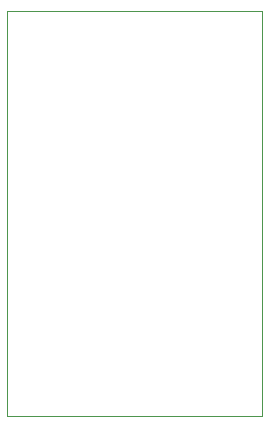
<source format=gbr>
%TF.GenerationSoftware,KiCad,Pcbnew,(5.1.6)-1*%
%TF.CreationDate,2022-04-05T12:30:06-05:00*%
%TF.ProjectId,usb_connector,7573625f-636f-46e6-9e65-63746f722e6b,rev?*%
%TF.SameCoordinates,Original*%
%TF.FileFunction,Profile,NP*%
%FSLAX46Y46*%
G04 Gerber Fmt 4.6, Leading zero omitted, Abs format (unit mm)*
G04 Created by KiCad (PCBNEW (5.1.6)-1) date 2022-04-05 12:30:06*
%MOMM*%
%LPD*%
G01*
G04 APERTURE LIST*
%TA.AperFunction,Profile*%
%ADD10C,0.050000*%
%TD*%
G04 APERTURE END LIST*
D10*
X21590000Y0D02*
X0Y0D01*
X21590000Y34290000D02*
X21590000Y0D01*
X0Y34290000D02*
X21590000Y34290000D01*
X0Y0D02*
X0Y34290000D01*
M02*

</source>
